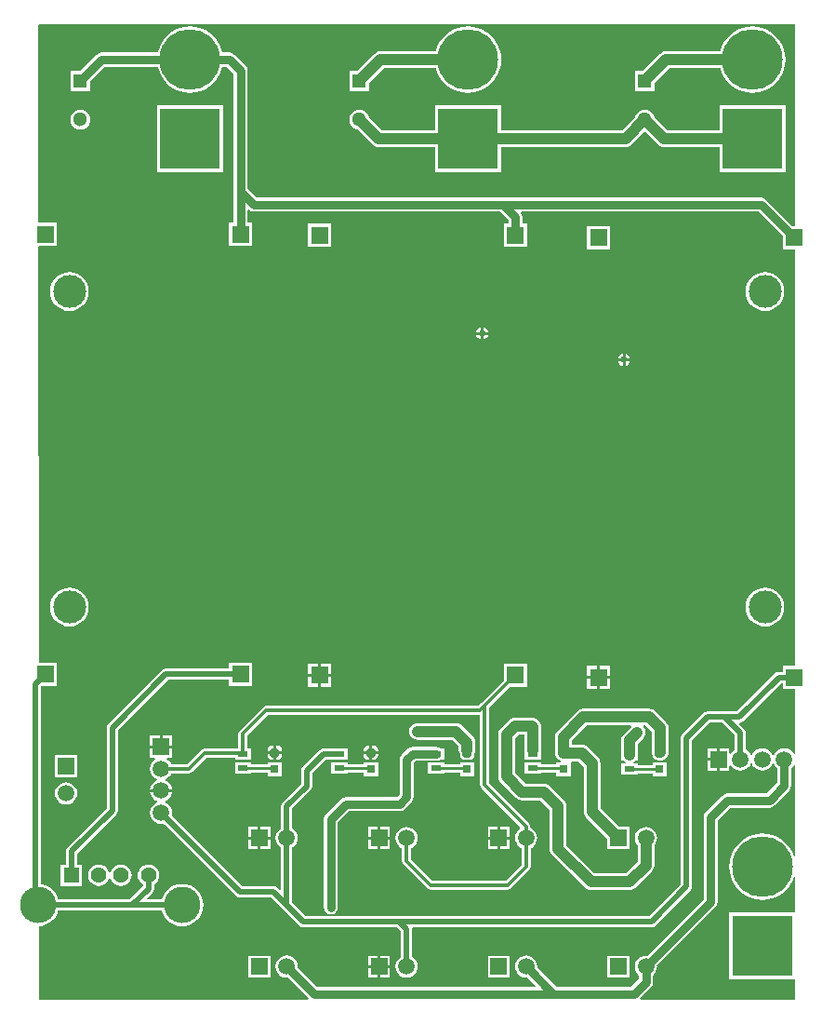
<source format=gtl>
G04*
G04 #@! TF.GenerationSoftware,Altium Limited,Altium Designer,20.1.8 (145)*
G04*
G04 Layer_Physical_Order=1*
G04 Layer_Color=255*
%FSLAX25Y25*%
%MOIN*%
G70*
G04*
G04 #@! TF.SameCoordinates,1FDAB6DA-E141-4DA2-B8DD-458AA00E26A3*
G04*
G04*
G04 #@! TF.FilePolarity,Positive*
G04*
G01*
G75*
%ADD10C,0.01181*%
%ADD14C,0.01000*%
%ADD17C,0.01968*%
G04:AMPARAMS|DCode=19|XSize=31.5mil|YSize=31.5mil|CornerRadius=7.87mil|HoleSize=0mil|Usage=FLASHONLY|Rotation=270.000|XOffset=0mil|YOffset=0mil|HoleType=Round|Shape=RoundedRectangle|*
%AMROUNDEDRECTD19*
21,1,0.03150,0.01575,0,0,270.0*
21,1,0.01575,0.03150,0,0,270.0*
1,1,0.01575,-0.00787,-0.00787*
1,1,0.01575,-0.00787,0.00787*
1,1,0.01575,0.00787,0.00787*
1,1,0.01575,0.00787,-0.00787*
%
%ADD19ROUNDEDRECTD19*%
%ADD20R,0.03150X0.03150*%
%ADD21R,0.03740X0.01968*%
%ADD28C,0.05118*%
%ADD29R,0.05118X0.05118*%
%ADD37C,0.03937*%
%ADD38C,0.02953*%
%ADD39C,0.11811*%
%ADD40C,0.21717*%
%ADD41R,0.21717X0.21717*%
%ADD42R,0.06299X0.06299*%
%ADD43C,0.05906*%
%ADD44R,0.05906X0.05906*%
%ADD45R,0.05622X0.05622*%
%ADD46C,0.05622*%
%ADD47C,0.13055*%
%ADD48R,0.05906X0.05906*%
%ADD49C,0.02362*%
G36*
X279921Y284858D02*
X278949D01*
X269502Y294305D01*
X268683Y294852D01*
X267717Y295045D01*
X86873D01*
X83627Y298290D01*
Y340551D01*
X83435Y341517D01*
X82888Y342337D01*
X78951Y346274D01*
X78132Y346821D01*
X77165Y347013D01*
X74581D01*
X74305Y348164D01*
X73591Y349888D01*
X72615Y351480D01*
X71403Y352899D01*
X69984Y354111D01*
X68392Y355087D01*
X66668Y355801D01*
X64853Y356237D01*
X62992Y356383D01*
X61131Y356237D01*
X59316Y355801D01*
X57592Y355087D01*
X56001Y354111D01*
X54581Y352899D01*
X53369Y351480D01*
X52394Y349888D01*
X51679Y348164D01*
X51403Y347013D01*
X31299D01*
X30333Y346821D01*
X29514Y346274D01*
X23610Y340370D01*
X20063D01*
Y333252D01*
X27181D01*
Y336799D01*
X32345Y341963D01*
X51403D01*
X51679Y340812D01*
X52394Y339088D01*
X53369Y337496D01*
X54581Y336077D01*
X56001Y334865D01*
X57592Y333890D01*
X59316Y333175D01*
X61131Y332740D01*
X62992Y332593D01*
X64853Y332740D01*
X66668Y333175D01*
X68392Y333890D01*
X69984Y334865D01*
X71403Y336077D01*
X72615Y337496D01*
X73591Y339088D01*
X74305Y340812D01*
X74581Y341963D01*
X76120D01*
X78578Y339505D01*
Y297244D01*
Y286039D01*
X76953D01*
Y277740D01*
X85252D01*
Y286039D01*
X83627D01*
Y290523D01*
X84127Y290677D01*
X84860Y290187D01*
X85827Y289995D01*
X174151D01*
X177003Y287143D01*
Y285646D01*
X175378D01*
Y277346D01*
X183677D01*
Y285646D01*
X182053D01*
Y288189D01*
X181860Y289155D01*
X181633Y289495D01*
X181901Y289995D01*
X266671D01*
X275378Y281288D01*
Y276559D01*
X279921D01*
Y127378D01*
X275378D01*
Y125251D01*
X274016D01*
X273241Y125098D01*
X272585Y124659D01*
X259004Y111078D01*
X248425D01*
X247651Y110924D01*
X246995Y110486D01*
X239514Y103005D01*
X239076Y102349D01*
X238922Y101575D01*
Y49263D01*
X227508Y37850D01*
X104381D01*
X99661Y42570D01*
Y62318D01*
X100457Y62929D01*
X101091Y63755D01*
X101489Y64716D01*
X101625Y65748D01*
X101489Y66780D01*
X101091Y67742D01*
X100457Y68567D01*
X99661Y69178D01*
Y76327D01*
X106155Y82821D01*
X106594Y83478D01*
X106747Y84252D01*
Y88926D01*
X111665Y93843D01*
X116535D01*
X116731Y93882D01*
X119405D01*
Y97850D01*
X116731D01*
X116535Y97889D01*
X110827D01*
X110053Y97735D01*
X109396Y97297D01*
X103294Y91194D01*
X102855Y90538D01*
X102701Y89764D01*
Y85090D01*
X96207Y78596D01*
X95769Y77940D01*
X95615Y77165D01*
Y69178D01*
X94819Y68567D01*
X94185Y67742D01*
X93787Y66780D01*
X93651Y65748D01*
X93787Y64716D01*
X94185Y63755D01*
X94819Y62929D01*
X95615Y62318D01*
Y47270D01*
X95153Y47078D01*
X94344Y47887D01*
X93688Y48326D01*
X92913Y48480D01*
X81744D01*
X56415Y73808D01*
X56546Y74803D01*
X56410Y75835D01*
X56012Y76797D01*
X55378Y77622D01*
X54553Y78256D01*
X54037Y78470D01*
Y79011D01*
X54553Y79224D01*
X55378Y79858D01*
X56012Y80684D01*
X56410Y81645D01*
X56480Y82177D01*
X52559D01*
X48638D01*
X48708Y81645D01*
X49106Y80684D01*
X49740Y79858D01*
X50566Y79224D01*
X51082Y79011D01*
Y78470D01*
X50566Y78256D01*
X49740Y77622D01*
X49106Y76797D01*
X48708Y75835D01*
X48572Y74803D01*
X48708Y73771D01*
X49106Y72810D01*
X49740Y71984D01*
X50566Y71350D01*
X51527Y70952D01*
X52559Y70816D01*
X53554Y70947D01*
X79475Y45026D01*
X80131Y44588D01*
X80905Y44434D01*
X92075D01*
X96207Y40302D01*
X102113Y34396D01*
X102769Y33958D01*
X103543Y33804D01*
X137159D01*
X138528Y32434D01*
Y23114D01*
X137732Y22504D01*
X137099Y21678D01*
X136700Y20716D01*
X136564Y19684D01*
X136700Y18653D01*
X137099Y17691D01*
X137732Y16865D01*
X138558Y16232D01*
X139519Y15834D01*
X140551Y15698D01*
X141583Y15834D01*
X142545Y16232D01*
X143370Y16865D01*
X144004Y17691D01*
X144402Y18653D01*
X144538Y19684D01*
X144402Y20716D01*
X144004Y21678D01*
X143370Y22504D01*
X142574Y23114D01*
Y33272D01*
X142545Y33417D01*
X142863Y33804D01*
X228346D01*
X229121Y33958D01*
X229777Y34396D01*
X242375Y46995D01*
X242814Y47651D01*
X242968Y48425D01*
Y100737D01*
X249263Y107032D01*
X253781D01*
X258213Y102600D01*
Y97328D01*
X257417Y96717D01*
X256815Y95932D01*
X256759Y95932D01*
X256315Y96267D01*
Y97850D01*
X252862D01*
Y93898D01*
Y89945D01*
X256315D01*
Y91528D01*
X256759Y91864D01*
X256815Y91863D01*
X257417Y91079D01*
X258243Y90445D01*
X259204Y90047D01*
X260236Y89911D01*
X261268Y90047D01*
X262230Y90445D01*
X263055Y91079D01*
X263689Y91904D01*
X263903Y92420D01*
X264444D01*
X264657Y91904D01*
X265291Y91079D01*
X266117Y90445D01*
X267078Y90047D01*
X268110Y89911D01*
X269142Y90047D01*
X270104Y90445D01*
X270929Y91079D01*
X271563Y91904D01*
X271777Y92420D01*
X272318D01*
X272532Y91904D01*
X273165Y91079D01*
X273459Y90853D01*
Y85480D01*
X269638Y81659D01*
X255512D01*
X254546Y81467D01*
X253726Y80919D01*
X247821Y75014D01*
X247274Y74195D01*
X247081Y73228D01*
Y43959D01*
X226746Y23623D01*
X226378Y23671D01*
X225346Y23536D01*
X224384Y23137D01*
X223559Y22504D01*
X222925Y21678D01*
X222527Y20716D01*
X222391Y19684D01*
X222527Y18653D01*
X222925Y17691D01*
X223559Y16865D01*
X223853Y16640D01*
Y15219D01*
X221001Y12367D01*
X194352D01*
X187403Y19317D01*
X187451Y19684D01*
X187316Y20716D01*
X186917Y21678D01*
X186284Y22504D01*
X185458Y23137D01*
X184496Y23536D01*
X183465Y23671D01*
X182433Y23536D01*
X181471Y23137D01*
X180645Y22504D01*
X180012Y21678D01*
X179613Y20716D01*
X179478Y19684D01*
X179613Y18653D01*
X180012Y17691D01*
X180645Y16865D01*
X181471Y16232D01*
X182433Y15834D01*
X183465Y15698D01*
X183832Y15746D01*
X186749Y12829D01*
X186558Y12367D01*
X108526D01*
X101576Y19317D01*
X101625Y19684D01*
X101489Y20716D01*
X101091Y21678D01*
X100457Y22504D01*
X99631Y23137D01*
X98670Y23536D01*
X97638Y23671D01*
X96606Y23536D01*
X95644Y23137D01*
X94819Y22504D01*
X94185Y21678D01*
X93787Y20716D01*
X93651Y19684D01*
X93787Y18653D01*
X94185Y17691D01*
X94819Y16865D01*
X95644Y16232D01*
X96606Y15834D01*
X97638Y15698D01*
X98005Y15746D01*
X105377Y8374D01*
X105170Y7874D01*
X8857D01*
X8828Y34172D01*
X9861Y34274D01*
X11280Y34705D01*
X12588Y35404D01*
X13734Y36344D01*
X14675Y37491D01*
X15374Y38798D01*
X15638Y39670D01*
X52865D01*
X53130Y38798D01*
X53829Y37491D01*
X54770Y36344D01*
X55916Y35404D01*
X57223Y34705D01*
X58642Y34274D01*
X60118Y34129D01*
X61594Y34274D01*
X63013Y34705D01*
X64320Y35404D01*
X65467Y36344D01*
X66407Y37491D01*
X67106Y38798D01*
X67537Y40217D01*
X67682Y41693D01*
X67537Y43169D01*
X67106Y44587D01*
X66407Y45895D01*
X65467Y47041D01*
X64320Y47982D01*
X63013Y48681D01*
X61594Y49112D01*
X60118Y49257D01*
X58642Y49112D01*
X57223Y48681D01*
X55916Y47982D01*
X54770Y47041D01*
X53829Y45895D01*
X53130Y44587D01*
X52865Y43716D01*
X47664D01*
X47472Y44178D01*
X49462Y46168D01*
X49901Y46824D01*
X50055Y47598D01*
Y49111D01*
X50749Y49644D01*
X51360Y50440D01*
X51744Y51367D01*
X51875Y52362D01*
X51744Y53357D01*
X51360Y54284D01*
X50749Y55080D01*
X49953Y55691D01*
X49026Y56075D01*
X48031Y56206D01*
X47037Y56075D01*
X46110Y55691D01*
X45314Y55080D01*
X44703Y54284D01*
X44319Y53357D01*
X44188Y52362D01*
X44319Y51367D01*
X44703Y50440D01*
X45314Y49644D01*
X46008Y49111D01*
Y48436D01*
X41288Y43716D01*
X15638D01*
X15374Y44587D01*
X14675Y45895D01*
X13734Y47041D01*
X12588Y47982D01*
X11280Y48681D01*
X9861Y49112D01*
X9503Y49147D01*
Y120028D01*
X9735Y120260D01*
X15173D01*
Y128559D01*
X8724D01*
X8559Y277386D01*
X8913Y277740D01*
X15173D01*
Y286039D01*
X8550D01*
X8472Y356733D01*
X8825Y357087D01*
X279921D01*
Y284858D01*
D02*
G37*
G36*
X275378Y119079D02*
X279921D01*
Y96070D01*
X279471Y95907D01*
X279421Y95912D01*
X278803Y96717D01*
X277978Y97350D01*
X277016Y97749D01*
X275984Y97885D01*
X274952Y97749D01*
X273991Y97350D01*
X273165Y96717D01*
X272532Y95891D01*
X272318Y95375D01*
X271777D01*
X271563Y95891D01*
X270929Y96717D01*
X270104Y97350D01*
X269142Y97749D01*
X268110Y97885D01*
X267078Y97749D01*
X266117Y97350D01*
X265291Y96717D01*
X264657Y95891D01*
X264444Y95375D01*
X263903D01*
X263689Y95891D01*
X263055Y96717D01*
X262259Y97328D01*
Y103438D01*
X262105Y104212D01*
X261667Y104869D01*
X259985Y106551D01*
X260150Y107093D01*
X260617Y107186D01*
X261273Y107625D01*
X274854Y121205D01*
X275378D01*
Y119079D01*
D02*
G37*
G36*
X279921Y91725D02*
Y59254D01*
X279423Y59188D01*
X278709Y60912D01*
X277733Y62503D01*
X276521Y63923D01*
X275102Y65135D01*
X273510Y66110D01*
X271786Y66825D01*
X269971Y67260D01*
X268110Y67407D01*
X266249Y67260D01*
X264435Y66825D01*
X262710Y66110D01*
X261119Y65135D01*
X259699Y63923D01*
X258487Y62503D01*
X257512Y60912D01*
X256798Y59188D01*
X256362Y57373D01*
X256215Y55512D01*
X256362Y53651D01*
X256798Y51836D01*
X257512Y50112D01*
X258487Y48520D01*
X259699Y47101D01*
X261119Y45889D01*
X262710Y44913D01*
X264435Y44199D01*
X266249Y43763D01*
X268110Y43617D01*
X269971Y43763D01*
X271786Y44199D01*
X273510Y44913D01*
X275102Y45889D01*
X276521Y47101D01*
X277733Y48520D01*
X278709Y50112D01*
X279423Y51836D01*
X279921Y51770D01*
Y39024D01*
X256252D01*
Y15307D01*
X279921D01*
Y7874D01*
X224357D01*
X224149Y8374D01*
X228163Y12388D01*
X228711Y13207D01*
X228903Y14173D01*
Y16640D01*
X229197Y16865D01*
X229831Y17691D01*
X230229Y18653D01*
X230365Y19684D01*
X230316Y20052D01*
X251392Y41127D01*
X251939Y41947D01*
X252131Y42913D01*
Y72183D01*
X256558Y76609D01*
X270684D01*
X271650Y76801D01*
X272469Y77349D01*
X277770Y82649D01*
X278317Y83468D01*
X278509Y84434D01*
Y90853D01*
X278803Y91079D01*
X279421Y91884D01*
X279471Y91888D01*
X279921Y91725D01*
D02*
G37*
%LPC*%
G36*
X264567Y356383D02*
X262706Y356237D01*
X260891Y355801D01*
X259167Y355087D01*
X257575Y354111D01*
X256156Y352899D01*
X254944Y351480D01*
X253969Y349888D01*
X253254Y348164D01*
X253091Y347482D01*
X233661D01*
X232887Y347380D01*
X232164Y347081D01*
X231544Y346605D01*
X225309Y340370D01*
X222425D01*
Y333252D01*
X229543D01*
Y336136D01*
X234902Y341494D01*
X253091D01*
X253254Y340812D01*
X253969Y339088D01*
X254944Y337496D01*
X256156Y336077D01*
X257575Y334865D01*
X259167Y333890D01*
X260891Y333175D01*
X262706Y332740D01*
X264567Y332593D01*
X266428Y332740D01*
X268243Y333175D01*
X269967Y333890D01*
X271559Y334865D01*
X272978Y336077D01*
X274190Y337496D01*
X275165Y339088D01*
X275880Y340812D01*
X276315Y342627D01*
X276462Y344488D01*
X276315Y346349D01*
X275880Y348164D01*
X275165Y349888D01*
X274190Y351480D01*
X272978Y352899D01*
X271559Y354111D01*
X269967Y355087D01*
X268243Y355801D01*
X266428Y356237D01*
X264567Y356383D01*
D02*
G37*
G36*
X162598D02*
X160738Y356237D01*
X158923Y355801D01*
X157198Y355087D01*
X155607Y354111D01*
X154187Y352899D01*
X152975Y351480D01*
X152000Y349888D01*
X151286Y348164D01*
X151122Y347482D01*
X131299D01*
X130524Y347380D01*
X129802Y347081D01*
X129182Y346605D01*
X122947Y340370D01*
X120063D01*
Y333252D01*
X127181D01*
Y336136D01*
X132539Y341494D01*
X151122D01*
X151286Y340812D01*
X152000Y339088D01*
X152975Y337496D01*
X154187Y336077D01*
X155607Y334865D01*
X157198Y333890D01*
X158923Y333175D01*
X160738Y332740D01*
X162598Y332593D01*
X164459Y332740D01*
X166274Y333175D01*
X167999Y333890D01*
X169590Y334865D01*
X171009Y336077D01*
X172222Y337496D01*
X173197Y339088D01*
X173911Y340812D01*
X174347Y342627D01*
X174493Y344488D01*
X174347Y346349D01*
X173911Y348164D01*
X173197Y349888D01*
X172222Y351480D01*
X171009Y352899D01*
X169590Y354111D01*
X167999Y355087D01*
X166274Y355801D01*
X164459Y356237D01*
X162598Y356383D01*
D02*
G37*
G36*
X23622Y326621D02*
X22693Y326499D01*
X21827Y326140D01*
X21084Y325570D01*
X20513Y324826D01*
X20155Y323961D01*
X20032Y323031D01*
X20155Y322102D01*
X20513Y321237D01*
X21084Y320493D01*
X21827Y319923D01*
X22693Y319564D01*
X23622Y319442D01*
X24551Y319564D01*
X25417Y319923D01*
X26160Y320493D01*
X26731Y321237D01*
X27090Y322102D01*
X27212Y323031D01*
X27090Y323961D01*
X26731Y324826D01*
X26160Y325570D01*
X25417Y326140D01*
X24551Y326499D01*
X23622Y326621D01*
D02*
G37*
G36*
X276425Y328000D02*
X252709D01*
Y319136D01*
X234114D01*
X229476Y323774D01*
X229452Y323961D01*
X229093Y324826D01*
X228523Y325570D01*
X227779Y326140D01*
X226913Y326499D01*
X225984Y326621D01*
X225055Y326499D01*
X224189Y326140D01*
X223446Y325570D01*
X222875Y324826D01*
X222517Y323961D01*
X222492Y323774D01*
X217854Y319136D01*
X174457D01*
Y328000D01*
X150740D01*
Y319136D01*
X131752D01*
X127114Y323774D01*
X127090Y323961D01*
X126731Y324826D01*
X126160Y325570D01*
X125417Y326140D01*
X124551Y326499D01*
X123622Y326621D01*
X122693Y326499D01*
X121827Y326140D01*
X121084Y325570D01*
X120513Y324826D01*
X120155Y323961D01*
X120032Y323031D01*
X120155Y322102D01*
X120513Y321237D01*
X121084Y320493D01*
X121827Y319923D01*
X122693Y319564D01*
X122880Y319539D01*
X128395Y314025D01*
X129015Y313549D01*
X129737Y313250D01*
X130512Y313148D01*
X150740D01*
Y304283D01*
X174457D01*
Y313148D01*
X219094D01*
X219869Y313250D01*
X220591Y313549D01*
X221212Y314025D01*
X225984Y318797D01*
X230757Y314025D01*
X231377Y313549D01*
X232099Y313250D01*
X232874Y313148D01*
X252709D01*
Y304283D01*
X276425D01*
Y328000D01*
D02*
G37*
G36*
X74850D02*
X51134D01*
Y304283D01*
X74850D01*
Y328000D01*
D02*
G37*
G36*
X113598Y285646D02*
X105299D01*
Y277346D01*
X113598D01*
Y285646D01*
D02*
G37*
G36*
X213598Y284858D02*
X205299D01*
Y276559D01*
X213598D01*
Y284858D01*
D02*
G37*
G36*
X269045Y268356D02*
X267692Y268223D01*
X266390Y267828D01*
X265190Y267187D01*
X264139Y266324D01*
X263276Y265272D01*
X262635Y264073D01*
X262240Y262771D01*
X262106Y261417D01*
X262240Y260064D01*
X262635Y258762D01*
X263276Y257562D01*
X264139Y256511D01*
X265190Y255648D01*
X266390Y255007D01*
X267692Y254612D01*
X269045Y254478D01*
X270399Y254612D01*
X271701Y255007D01*
X272900Y255648D01*
X273952Y256511D01*
X274815Y257562D01*
X275456Y258762D01*
X275851Y260064D01*
X275984Y261417D01*
X275851Y262771D01*
X275456Y264073D01*
X274815Y265272D01*
X273952Y266324D01*
X272900Y267187D01*
X271701Y267828D01*
X270399Y268223D01*
X269045Y268356D01*
D02*
G37*
G36*
X19685D02*
X18331Y268223D01*
X17030Y267828D01*
X15830Y267187D01*
X14778Y266324D01*
X13916Y265272D01*
X13274Y264073D01*
X12879Y262771D01*
X12746Y261417D01*
X12879Y260064D01*
X13274Y258762D01*
X13916Y257562D01*
X14778Y256511D01*
X15830Y255648D01*
X17030Y255007D01*
X18331Y254612D01*
X19685Y254478D01*
X21039Y254612D01*
X22341Y255007D01*
X23540Y255648D01*
X24592Y256511D01*
X25455Y257562D01*
X26096Y258762D01*
X26491Y260064D01*
X26624Y261417D01*
X26491Y262771D01*
X26096Y264073D01*
X25455Y265272D01*
X24592Y266324D01*
X23540Y267187D01*
X22341Y267828D01*
X21039Y268223D01*
X19685Y268356D01*
D02*
G37*
G36*
X168217Y248581D02*
Y246957D01*
X169841D01*
X169771Y247308D01*
X169289Y248029D01*
X168568Y248511D01*
X168217Y248581D01*
D02*
G37*
G36*
X167217D02*
X166866Y248511D01*
X166144Y248029D01*
X165662Y247308D01*
X165592Y246957D01*
X167217D01*
Y248581D01*
D02*
G37*
G36*
X169841Y245957D02*
X168217D01*
Y244332D01*
X168568Y244402D01*
X169289Y244884D01*
X169771Y245606D01*
X169841Y245957D01*
D02*
G37*
G36*
X167217D02*
X165592D01*
X165662Y245606D01*
X166144Y244884D01*
X166866Y244402D01*
X167217Y244332D01*
Y245957D01*
D02*
G37*
G36*
X219004Y239132D02*
Y237508D01*
X220628D01*
X220559Y237859D01*
X220076Y238580D01*
X219355Y239062D01*
X219004Y239132D01*
D02*
G37*
G36*
X218004D02*
X217653Y239062D01*
X216931Y238580D01*
X216449Y237859D01*
X216380Y237508D01*
X218004D01*
Y239132D01*
D02*
G37*
G36*
X220628Y236508D02*
X219004D01*
Y234883D01*
X219355Y234953D01*
X220076Y235435D01*
X220559Y236157D01*
X220628Y236508D01*
D02*
G37*
G36*
X218004D02*
X216380D01*
X216449Y236157D01*
X216931Y235435D01*
X217653Y234953D01*
X218004Y234883D01*
Y236508D01*
D02*
G37*
G36*
X269045Y155364D02*
X267692Y155231D01*
X266390Y154836D01*
X265190Y154195D01*
X264139Y153332D01*
X263276Y152280D01*
X262635Y151081D01*
X262240Y149779D01*
X262106Y148425D01*
X262240Y147072D01*
X262635Y145770D01*
X263276Y144570D01*
X264139Y143519D01*
X265190Y142656D01*
X266390Y142015D01*
X267692Y141620D01*
X269045Y141486D01*
X270399Y141620D01*
X271701Y142015D01*
X272900Y142656D01*
X273952Y143519D01*
X274815Y144570D01*
X275456Y145770D01*
X275851Y147072D01*
X275984Y148425D01*
X275851Y149779D01*
X275456Y151081D01*
X274815Y152280D01*
X273952Y153332D01*
X272900Y154195D01*
X271701Y154836D01*
X270399Y155231D01*
X269045Y155364D01*
D02*
G37*
G36*
X19685D02*
X18331Y155231D01*
X17030Y154836D01*
X15830Y154195D01*
X14778Y153332D01*
X13916Y152280D01*
X13274Y151081D01*
X12879Y149779D01*
X12746Y148425D01*
X12879Y147072D01*
X13274Y145770D01*
X13916Y144570D01*
X14778Y143519D01*
X15830Y142656D01*
X17030Y142015D01*
X18331Y141620D01*
X19685Y141486D01*
X21039Y141620D01*
X22341Y142015D01*
X23540Y142656D01*
X24592Y143519D01*
X25455Y144570D01*
X26096Y145770D01*
X26491Y147072D01*
X26624Y148425D01*
X26491Y149779D01*
X26096Y151081D01*
X25455Y152280D01*
X24592Y153332D01*
X23540Y154195D01*
X22341Y154836D01*
X21039Y155231D01*
X19685Y155364D01*
D02*
G37*
G36*
X113598Y128165D02*
X109949D01*
Y124516D01*
X113598D01*
Y128165D01*
D02*
G37*
G36*
X108949D02*
X105299D01*
Y124516D01*
X108949D01*
Y128165D01*
D02*
G37*
G36*
X213598Y127378D02*
X209949D01*
Y123728D01*
X213598D01*
Y127378D01*
D02*
G37*
G36*
X208949D02*
X205299D01*
Y123728D01*
X208949D01*
Y127378D01*
D02*
G37*
G36*
X85252Y128559D02*
X76953D01*
Y126433D01*
X54331D01*
X53557Y126279D01*
X52900Y125840D01*
X33609Y106549D01*
X33170Y105892D01*
X33016Y105118D01*
Y76429D01*
X19042Y62454D01*
X18603Y61798D01*
X18449Y61024D01*
Y56173D01*
X16661D01*
Y48551D01*
X24284D01*
Y56173D01*
X22496D01*
Y60186D01*
X36470Y74160D01*
X36909Y74816D01*
X37062Y75590D01*
Y104280D01*
X55169Y122386D01*
X76953D01*
Y120260D01*
X85252D01*
Y128559D01*
D02*
G37*
G36*
X113598Y123516D02*
X109949D01*
Y119866D01*
X113598D01*
Y123516D01*
D02*
G37*
G36*
X108949D02*
X105299D01*
Y119866D01*
X108949D01*
Y123516D01*
D02*
G37*
G36*
X213598Y122728D02*
X209949D01*
Y119079D01*
X213598D01*
Y122728D01*
D02*
G37*
G36*
X208949D02*
X205299D01*
Y119079D01*
X208949D01*
Y122728D01*
D02*
G37*
G36*
X56512Y102378D02*
X53059D01*
Y98925D01*
X56512D01*
Y102378D01*
D02*
G37*
G36*
X52059D02*
X48606D01*
Y98925D01*
X52059D01*
Y102378D01*
D02*
G37*
G36*
X128593Y98870D02*
X128305D01*
Y96760D01*
X130415D01*
Y97047D01*
X130276Y97745D01*
X129881Y98336D01*
X129290Y98731D01*
X128593Y98870D01*
D02*
G37*
G36*
X127305D02*
X127018D01*
X126320Y98731D01*
X125729Y98336D01*
X125334Y97745D01*
X125195Y97047D01*
Y96760D01*
X127305D01*
Y98870D01*
D02*
G37*
G36*
X94095Y98870D02*
X93807D01*
Y96760D01*
X95917D01*
Y97047D01*
X95778Y97745D01*
X95383Y98336D01*
X94792Y98731D01*
X94095Y98870D01*
D02*
G37*
G36*
X92807D02*
X92520D01*
X91822Y98731D01*
X91231Y98336D01*
X90836Y97745D01*
X90697Y97047D01*
Y96760D01*
X92807D01*
Y98870D01*
D02*
G37*
G36*
X251862Y97850D02*
X248410D01*
Y94398D01*
X251862D01*
Y97850D01*
D02*
G37*
G36*
X185433Y108900D02*
X179528D01*
X178753Y108798D01*
X178031Y108499D01*
X177410Y108023D01*
X174317Y104929D01*
X173841Y104309D01*
X173542Y103587D01*
X173440Y102812D01*
Y87739D01*
X173542Y86964D01*
X173841Y86242D01*
X174317Y85622D01*
X179773Y80166D01*
X180393Y79690D01*
X180692Y79567D01*
X181115Y79391D01*
X181890Y79289D01*
X188524D01*
X191888Y75925D01*
Y61811D01*
X191990Y61036D01*
X192289Y60314D01*
X192765Y59694D01*
X204576Y47883D01*
X205196Y47407D01*
X205918Y47108D01*
X206693Y47006D01*
X220472D01*
X221247Y47108D01*
X221970Y47407D01*
X222590Y47883D01*
X228495Y53788D01*
X228971Y54408D01*
X229270Y55131D01*
X229372Y55905D01*
Y63157D01*
X229831Y63755D01*
X230229Y64716D01*
X230365Y65748D01*
X230229Y66780D01*
X229831Y67742D01*
X229197Y68567D01*
X228371Y69201D01*
X227410Y69599D01*
X226378Y69735D01*
X225346Y69599D01*
X224384Y69201D01*
X223559Y68567D01*
X222925Y67742D01*
X222527Y66780D01*
X222391Y65748D01*
X222527Y64716D01*
X222925Y63755D01*
X223384Y63157D01*
Y57146D01*
X219232Y52994D01*
X207933D01*
X197876Y63051D01*
Y77165D01*
X197774Y77940D01*
X197475Y78662D01*
X196999Y79282D01*
X191881Y84401D01*
X191261Y84876D01*
X190539Y85176D01*
X189764Y85278D01*
X183130D01*
X179428Y88980D01*
Y101572D01*
X180768Y102911D01*
X182833D01*
Y97062D01*
X182935Y96287D01*
X182957Y96234D01*
Y93882D01*
X188697D01*
Y96234D01*
X188719Y96287D01*
X188821Y97062D01*
Y105512D01*
X188719Y106287D01*
X188420Y107009D01*
X187944Y107629D01*
X187550Y108023D01*
X186930Y108499D01*
X186208Y108798D01*
X185433Y108900D01*
D02*
G37*
G36*
X95917Y95760D02*
X93807D01*
Y93650D01*
X94095D01*
X94792Y93789D01*
X95383Y94184D01*
X95778Y94775D01*
X95917Y95472D01*
Y95760D01*
D02*
G37*
G36*
X92807D02*
X90697D01*
Y95472D01*
X90836Y94775D01*
X91231Y94184D01*
X91822Y93789D01*
X92520Y93650D01*
X92807D01*
Y95760D01*
D02*
G37*
G36*
X158268Y106931D02*
X144488D01*
X143713Y106829D01*
X142991Y106530D01*
X142371Y106054D01*
X141895Y105434D01*
X141596Y104712D01*
X141494Y103937D01*
X141596Y103162D01*
X141895Y102440D01*
X142371Y101820D01*
X142991Y101344D01*
X143713Y101045D01*
X144488Y100943D01*
X157027D01*
X159309Y98661D01*
Y97244D01*
X159411Y96469D01*
X159693Y95788D01*
Y95472D01*
X159832Y94775D01*
X160227Y94184D01*
X160818Y93789D01*
X161516Y93650D01*
X163091D01*
X163788Y93789D01*
X164379Y94184D01*
X164774Y94775D01*
X164913Y95472D01*
Y95788D01*
X165195Y96469D01*
X165297Y97244D01*
Y99902D01*
X165195Y100677D01*
X164896Y101399D01*
X164420Y102019D01*
X160385Y106054D01*
X159765Y106530D01*
X159043Y106829D01*
X158268Y106931D01*
D02*
G37*
G36*
X130415Y95760D02*
X128305D01*
Y93650D01*
X128593D01*
X129290Y93789D01*
X129881Y94184D01*
X130276Y94775D01*
X130415Y95472D01*
Y95760D01*
D02*
G37*
G36*
X127305D02*
X125195D01*
Y95472D01*
X125334Y94775D01*
X125729Y94184D01*
X126320Y93789D01*
X127018Y93650D01*
X127305D01*
Y95760D01*
D02*
G37*
G36*
X227559Y112049D02*
X203937D01*
X203162Y111947D01*
X202440Y111648D01*
X201820Y111172D01*
X194684Y104036D01*
X194208Y103416D01*
X193909Y102694D01*
X193807Y101919D01*
Y96260D01*
X193909Y95485D01*
X194208Y94763D01*
X194684Y94143D01*
X195304Y93667D01*
X195878Y93429D01*
X195779Y92929D01*
X194226D01*
Y92277D01*
X188697D01*
Y92732D01*
X182957D01*
Y88764D01*
X188697D01*
Y89219D01*
X194226D01*
Y87779D01*
X199376D01*
Y92766D01*
X199376Y92929D01*
X199737Y93266D01*
X202106D01*
X204093Y91280D01*
Y75197D01*
X204194Y74422D01*
X204494Y73700D01*
X204970Y73080D01*
X212583Y65466D01*
Y61795D01*
X220488D01*
Y69701D01*
X216817D01*
X210081Y76437D01*
Y92520D01*
X209979Y93295D01*
X209680Y94017D01*
X209204Y94637D01*
X205464Y98377D01*
X204843Y98853D01*
X204121Y99152D01*
X203346Y99254D01*
X199795D01*
Y100679D01*
X205177Y106061D01*
X220871D01*
X221012Y105561D01*
X218355Y102905D01*
X217879Y102285D01*
X217580Y101562D01*
X217478Y100787D01*
Y95473D01*
X217580Y94697D01*
X217602Y94644D01*
Y93488D01*
X218253D01*
X218355Y93355D01*
X218975Y92879D01*
X219074Y92839D01*
X218975Y92339D01*
X217602D01*
Y88370D01*
X223342D01*
Y88825D01*
X228724D01*
Y87779D01*
X233874D01*
Y92929D01*
X228724D01*
Y91884D01*
X223342D01*
Y92339D01*
X221970D01*
X221871Y92839D01*
X221970Y92879D01*
X222590Y93355D01*
X222692Y93488D01*
X223342D01*
Y94644D01*
X223364Y94697D01*
X223467Y95473D01*
Y99547D01*
X225345Y101426D01*
X225821Y102046D01*
X226120Y102768D01*
X226222Y103543D01*
X226120Y104318D01*
X225821Y105040D01*
X225422Y105561D01*
X225576Y106061D01*
X226319D01*
X228502Y103878D01*
Y96457D01*
X228604Y95682D01*
X228689Y95476D01*
Y95472D01*
X228828Y94775D01*
X229223Y94184D01*
X229814Y93789D01*
X230512Y93650D01*
X230515D01*
X230721Y93565D01*
X231496Y93463D01*
X232271Y93565D01*
X232993Y93864D01*
X233613Y94340D01*
X234089Y94960D01*
X234388Y95682D01*
X234490Y96457D01*
Y105118D01*
X234388Y105893D01*
X234213Y106316D01*
X234089Y106615D01*
X233613Y107235D01*
X229676Y111172D01*
X229056Y111648D01*
X228334Y111947D01*
X227559Y112049D01*
D02*
G37*
G36*
X164878Y92929D02*
X159728D01*
Y92277D01*
X154051D01*
Y92732D01*
X148311D01*
Y88764D01*
X154051D01*
Y89219D01*
X159728D01*
Y87779D01*
X164878D01*
Y92929D01*
D02*
G37*
G36*
X130380D02*
X125230D01*
Y92277D01*
X119405D01*
Y92732D01*
X113665D01*
Y88764D01*
X119405D01*
Y89219D01*
X125230D01*
Y87779D01*
X130380D01*
Y92929D01*
D02*
G37*
G36*
X95882Y92929D02*
X90732D01*
Y92277D01*
X84760D01*
Y92732D01*
X79020D01*
Y88764D01*
X84760D01*
Y89219D01*
X90732D01*
Y87779D01*
X95882D01*
Y92929D01*
D02*
G37*
G36*
X251862Y93398D02*
X248410D01*
Y89945D01*
X251862D01*
Y93398D01*
D02*
G37*
G36*
X22457Y95488D02*
X14551D01*
Y87583D01*
X22457D01*
Y95488D01*
D02*
G37*
G36*
X18504Y85680D02*
X17472Y85544D01*
X16511Y85146D01*
X15685Y84512D01*
X15051Y83686D01*
X14653Y82725D01*
X14517Y81693D01*
X14653Y80661D01*
X15051Y79699D01*
X15685Y78874D01*
X16511Y78240D01*
X17472Y77842D01*
X18504Y77706D01*
X19536Y77842D01*
X20497Y78240D01*
X21323Y78874D01*
X21957Y79699D01*
X22355Y80661D01*
X22491Y81693D01*
X22355Y82725D01*
X21957Y83686D01*
X21323Y84512D01*
X20497Y85146D01*
X19536Y85544D01*
X18504Y85680D01*
D02*
G37*
G36*
X134661Y69701D02*
X131209D01*
Y66248D01*
X134661D01*
Y69701D01*
D02*
G37*
G36*
X130209D02*
X126756D01*
Y66248D01*
X130209D01*
Y69701D01*
D02*
G37*
G36*
X177575D02*
X174122D01*
Y66248D01*
X177575D01*
Y69701D01*
D02*
G37*
G36*
X173122D02*
X169669D01*
Y66248D01*
X173122D01*
Y69701D01*
D02*
G37*
G36*
X91748D02*
X88295D01*
Y66248D01*
X91748D01*
Y69701D01*
D02*
G37*
G36*
X87295D02*
X83842D01*
Y66248D01*
X87295D01*
Y69701D01*
D02*
G37*
G36*
X177575Y65248D02*
X174122D01*
Y61795D01*
X177575D01*
Y65248D01*
D02*
G37*
G36*
X173122D02*
X169669D01*
Y61795D01*
X173122D01*
Y65248D01*
D02*
G37*
G36*
X134661Y65248D02*
X131209D01*
Y61795D01*
X134661D01*
Y65248D01*
D02*
G37*
G36*
X130209D02*
X126756D01*
Y61795D01*
X130209D01*
Y65248D01*
D02*
G37*
G36*
X91748Y65248D02*
X88295D01*
Y61795D01*
X91748D01*
Y65248D01*
D02*
G37*
G36*
X87295D02*
X83842D01*
Y61795D01*
X87295D01*
Y65248D01*
D02*
G37*
G36*
X38189Y56206D02*
X37194Y56075D01*
X36267Y55691D01*
X35471Y55080D01*
X34860Y54284D01*
X34512Y53443D01*
X34252Y53397D01*
X33992Y53443D01*
X33644Y54284D01*
X33033Y55080D01*
X32237Y55691D01*
X31310Y56075D01*
X30315Y56206D01*
X29320Y56075D01*
X28393Y55691D01*
X27597Y55080D01*
X26986Y54284D01*
X26602Y53357D01*
X26471Y52362D01*
X26602Y51367D01*
X26986Y50440D01*
X27597Y49644D01*
X28393Y49033D01*
X29320Y48649D01*
X30315Y48518D01*
X31310Y48649D01*
X32237Y49033D01*
X33033Y49644D01*
X33644Y50440D01*
X33992Y51281D01*
X34252Y51328D01*
X34512Y51281D01*
X34860Y50440D01*
X35471Y49644D01*
X36267Y49033D01*
X37194Y48649D01*
X38189Y48518D01*
X39184Y48649D01*
X40111Y49033D01*
X40907Y49644D01*
X41518Y50440D01*
X41902Y51367D01*
X42033Y52362D01*
X41902Y53357D01*
X41518Y54284D01*
X40907Y55080D01*
X40111Y55691D01*
X39184Y56075D01*
X38189Y56206D01*
D02*
G37*
G36*
X183677Y128165D02*
X175378D01*
Y122160D01*
X167357Y114139D01*
X166257Y113039D01*
X90158D01*
X89537Y112916D01*
X89011Y112564D01*
X80743Y104296D01*
X80392Y103770D01*
X80268Y103150D01*
Y97850D01*
X79020D01*
Y97685D01*
X68110D01*
X67490Y97561D01*
X66963Y97210D01*
X61927Y92173D01*
X56166D01*
X56012Y92545D01*
X55378Y93370D01*
X54593Y93972D01*
X54593Y94028D01*
X54928Y94472D01*
X56512D01*
Y97925D01*
X52559D01*
X48606D01*
Y94472D01*
X50190D01*
X50525Y94028D01*
X50525Y93972D01*
X49740Y93370D01*
X49106Y92545D01*
X48708Y91583D01*
X48572Y90551D01*
X48708Y89519D01*
X49106Y88558D01*
X49740Y87732D01*
X50566Y87098D01*
X51082Y86885D01*
Y86344D01*
X50566Y86130D01*
X49740Y85496D01*
X49106Y84671D01*
X48708Y83709D01*
X48638Y83177D01*
X52559D01*
X56480D01*
X56410Y83709D01*
X56012Y84671D01*
X55378Y85496D01*
X54553Y86130D01*
X54037Y86344D01*
Y86885D01*
X54553Y87098D01*
X55378Y87732D01*
X56012Y88558D01*
X56166Y88929D01*
X62598D01*
X63219Y89053D01*
X63745Y89404D01*
X68782Y94441D01*
X79020D01*
Y93882D01*
X84760D01*
Y97850D01*
X83512D01*
Y102478D01*
X90829Y109796D01*
X166882D01*
Y84646D01*
X167006Y84025D01*
X167357Y83499D01*
X181239Y69617D01*
X181175Y68974D01*
X180645Y68567D01*
X180012Y67742D01*
X179614Y66780D01*
X179478Y65748D01*
X179614Y64716D01*
X180012Y63755D01*
X180645Y62929D01*
X181471Y62295D01*
X181843Y62141D01*
Y56183D01*
X176100Y50441D01*
X149884D01*
X142173Y58152D01*
Y62141D01*
X142545Y62295D01*
X143370Y62929D01*
X144004Y63755D01*
X144402Y64716D01*
X144538Y65748D01*
X144402Y66780D01*
X144004Y67742D01*
X143370Y68567D01*
X142545Y69201D01*
X141583Y69599D01*
X140551Y69735D01*
X139519Y69599D01*
X138558Y69201D01*
X137732Y68567D01*
X137099Y67742D01*
X136700Y66780D01*
X136564Y65748D01*
X136700Y64716D01*
X137099Y63755D01*
X137732Y62929D01*
X138558Y62295D01*
X138929Y62141D01*
Y57480D01*
X139053Y56860D01*
X139404Y56334D01*
X148066Y47672D01*
X148592Y47321D01*
X149213Y47197D01*
X176772D01*
X177392Y47321D01*
X177918Y47672D01*
X184611Y54365D01*
X184963Y54891D01*
X185086Y55512D01*
Y62141D01*
X185458Y62295D01*
X186284Y62929D01*
X186917Y63755D01*
X187316Y64716D01*
X187451Y65748D01*
X187316Y66780D01*
X186917Y67742D01*
X186284Y68567D01*
X185458Y69201D01*
X184991Y69394D01*
Y69781D01*
X184867Y70401D01*
X184516Y70927D01*
X170126Y85317D01*
Y112320D01*
X177671Y119866D01*
X183677D01*
Y128165D01*
D02*
G37*
G36*
X151181Y98391D02*
X142717D01*
X141750Y98199D01*
X140931Y97651D01*
X138766Y95486D01*
X138218Y94667D01*
X138026Y93701D01*
Y81361D01*
X137143Y80478D01*
X118898D01*
X117931Y80286D01*
X117112Y79738D01*
X111600Y74226D01*
X111053Y73407D01*
X110861Y72441D01*
Y40945D01*
X111053Y39979D01*
X111600Y39160D01*
X112420Y38612D01*
X113386Y38420D01*
X114352Y38612D01*
X115171Y39160D01*
X115718Y39979D01*
X115911Y40945D01*
Y71395D01*
X119943Y75428D01*
X138189D01*
X139155Y75620D01*
X139974Y76167D01*
X142337Y78530D01*
X142884Y79349D01*
X143076Y80315D01*
Y92655D01*
X143762Y93341D01*
X151181D01*
X152147Y93533D01*
X152669Y93882D01*
X154051D01*
Y97850D01*
X152669D01*
X152147Y98199D01*
X151181Y98391D01*
D02*
G37*
G36*
X134661Y23637D02*
X131209D01*
Y20185D01*
X134661D01*
Y23637D01*
D02*
G37*
G36*
X130209D02*
X126756D01*
Y20185D01*
X130209D01*
Y23637D01*
D02*
G37*
G36*
X220488D02*
X212583D01*
Y15732D01*
X220488D01*
Y23637D01*
D02*
G37*
G36*
X177575D02*
X169669D01*
Y15732D01*
X177575D01*
Y23637D01*
D02*
G37*
G36*
X134661Y19184D02*
X131209D01*
Y15732D01*
X134661D01*
Y19184D01*
D02*
G37*
G36*
X130209D02*
X126756D01*
Y15732D01*
X130209D01*
Y19184D01*
D02*
G37*
G36*
X91748Y23637D02*
X83842D01*
Y15732D01*
X91748D01*
Y23637D01*
D02*
G37*
%LPD*%
D10*
X168504Y84646D02*
X183369Y69781D01*
X168504Y84646D02*
Y112992D01*
X183369Y65843D02*
Y69781D01*
Y65843D02*
X183465Y65748D01*
Y55512D02*
Y65748D01*
X168504Y112992D02*
X179528Y124016D01*
X166929Y111417D02*
X168504Y112992D01*
X81890Y103150D02*
X90158Y111417D01*
X166929D01*
X81890Y95866D02*
Y103150D01*
X68110Y96063D02*
X81693D01*
X52559Y90551D02*
X62598D01*
X68110Y96063D01*
X176772Y48819D02*
X183465Y55512D01*
X149213Y48819D02*
X176772D01*
X140551Y57480D02*
X149213Y48819D01*
X140551Y57480D02*
Y65748D01*
D14*
X62992Y344488D02*
X65114Y342366D01*
X231299Y96260D02*
X231496Y96457D01*
X151181Y90748D02*
X161909D01*
X162303Y90354D01*
X220472Y90354D02*
X231299D01*
X231299Y90354D01*
X185827Y90748D02*
X196407D01*
X196801Y90354D01*
X116535Y90748D02*
X127411D01*
X127805Y90354D01*
X81890Y90748D02*
X92913D01*
X93307Y90354D01*
X81693Y96063D02*
X81890Y95866D01*
D17*
X137997Y35827D02*
X228346D01*
X240945Y48425D01*
Y101575D01*
X248425Y109055D01*
X140551Y19684D02*
Y33272D01*
X103543Y35827D02*
X137997D01*
X97638Y41732D02*
X103543Y35827D01*
X137997D02*
X140551Y33272D01*
X97638Y65748D02*
Y77165D01*
Y41732D02*
Y65748D01*
X92913Y46457D02*
X97638Y41732D01*
X80905Y46457D02*
X92913D01*
X260236Y93898D02*
Y103438D01*
X254619Y109055D02*
X260236Y103438D01*
X248425Y109055D02*
X254619D01*
X259842D01*
X7480Y42598D02*
X8386Y41693D01*
X7480Y42598D02*
Y120866D01*
X11024Y124409D01*
X20472Y52362D02*
Y61024D01*
X35039Y75590D02*
Y105118D01*
X20472Y61024D02*
X35039Y75590D01*
Y105118D02*
X54331Y124409D01*
X81102D01*
X52559Y74803D02*
X80905Y46457D01*
X110827Y95866D02*
X116535D01*
X104724Y89764D02*
X110827Y95866D01*
X104724Y84252D02*
Y89764D01*
X97638Y77165D02*
X104724Y84252D01*
X259842Y109055D02*
X274016Y123228D01*
X279528D01*
X42126Y41693D02*
X60118D01*
X8386D02*
X42126D01*
X48031Y47598D02*
Y52362D01*
X42126Y41693D02*
X48031Y47598D01*
D19*
X127805Y96260D02*
D03*
X231299D02*
D03*
X196801D02*
D03*
X162303D02*
D03*
X93307Y96260D02*
D03*
D20*
X127805Y90354D02*
D03*
X231299D02*
D03*
X196801D02*
D03*
X162303D02*
D03*
X93307Y90354D02*
D03*
D21*
X116535Y95866D02*
D03*
Y90748D02*
D03*
X220472Y95473D02*
D03*
Y90354D02*
D03*
X185827Y95866D02*
D03*
Y90748D02*
D03*
X151181Y95866D02*
D03*
Y90748D02*
D03*
X81890Y95866D02*
D03*
Y90748D02*
D03*
D28*
X23622Y323031D02*
D03*
X123622D02*
D03*
X225984D02*
D03*
D29*
X23622Y336811D02*
D03*
X123622D02*
D03*
X225984D02*
D03*
D37*
X231496Y96457D02*
Y105118D01*
X203937Y109055D02*
X227559D01*
X231496Y105118D01*
X176434Y87739D02*
X181890Y82284D01*
X189764D01*
X176434Y87739D02*
Y102812D01*
X194882Y61811D02*
Y77165D01*
X189764Y82284D02*
X194882Y77165D01*
X179528Y105905D02*
X185433D01*
X176434Y102812D02*
X179528Y105905D01*
X185433D02*
X185827Y105512D01*
Y97062D02*
Y105512D01*
X144488Y103937D02*
X158268D01*
X162303Y97244D02*
Y99902D01*
X158268Y103937D02*
X162303Y99902D01*
X220472Y100787D02*
X223228Y103543D01*
X220472Y95473D02*
Y100787D01*
X196801Y101919D02*
X203937Y109055D01*
X194882Y61811D02*
X206693Y50000D01*
X220472D01*
X226378Y55905D01*
Y65748D01*
X196801Y96260D02*
Y101919D01*
X207087Y75197D02*
X216535Y65748D01*
X203346Y96260D02*
X207087Y92520D01*
Y75197D02*
Y92520D01*
X196801Y96260D02*
X203346D01*
X162598Y316142D02*
X219094D01*
X225984Y323031D01*
Y336811D02*
X233661Y344488D01*
X264567D01*
X225984Y323031D02*
X232874Y316142D01*
X264567D01*
X123622Y323031D02*
X130512Y316142D01*
X162598D01*
X123622Y336811D02*
X131299Y344488D01*
X162598D01*
D38*
X113386Y40945D02*
Y72441D01*
X118898Y77953D01*
X226378Y19684D02*
X249606Y42913D01*
Y73228D02*
X255512Y79134D01*
X249606Y42913D02*
Y73228D01*
X255512Y79134D02*
X270684D01*
X275984Y84434D01*
Y93898D01*
X179528Y281496D02*
Y288189D01*
X85827Y292520D02*
X175197D01*
X179528Y288189D01*
X175197Y292520D02*
X267717D01*
X77165Y344488D02*
X81102Y340551D01*
X62992Y344488D02*
X77165D01*
X81102Y297244D02*
Y340551D01*
X118898Y77953D02*
X138189D01*
X140551Y80315D02*
Y93701D01*
X138189Y77953D02*
X140551Y80315D01*
X142717Y95866D02*
X151181D01*
X140551Y93701D02*
X142717Y95866D01*
X97638Y19684D02*
X107480Y9843D01*
X193307D01*
X226378Y14173D02*
Y19684D01*
X222047Y9843D02*
X226378Y14173D01*
X193307Y9843D02*
X222047D01*
X183465Y19684D02*
X193307Y9843D01*
X81102Y281890D02*
Y297244D01*
X85827Y292520D01*
X267717D02*
X279528Y280709D01*
X23622Y336811D02*
X31299Y344488D01*
X62992D01*
D39*
X269045Y148425D02*
D03*
Y261417D02*
D03*
X19685Y148425D02*
D03*
Y261417D02*
D03*
D40*
X268110Y55512D02*
D03*
X62992Y344488D02*
D03*
X162598D02*
D03*
X264567D02*
D03*
D41*
X268110Y27165D02*
D03*
X62992Y316142D02*
D03*
X162598D02*
D03*
X264567D02*
D03*
D42*
X109449Y281496D02*
D03*
Y124016D02*
D03*
X179528Y281496D02*
D03*
Y124016D02*
D03*
X279528Y123228D02*
D03*
Y280709D02*
D03*
X209449Y123228D02*
D03*
Y280709D02*
D03*
X11024Y281890D02*
D03*
Y124409D02*
D03*
X81102Y281890D02*
D03*
Y124409D02*
D03*
D43*
X52559Y74803D02*
D03*
Y90551D02*
D03*
Y82677D02*
D03*
X97638Y65748D02*
D03*
X140551Y19684D02*
D03*
X97638D02*
D03*
X275984Y93898D02*
D03*
X260236D02*
D03*
X268110D02*
D03*
X140551Y65748D02*
D03*
X183465D02*
D03*
X226378D02*
D03*
X18504Y81693D02*
D03*
X226378Y19684D02*
D03*
X183465D02*
D03*
D44*
X52559Y98425D02*
D03*
X87795Y65748D02*
D03*
X130709Y19684D02*
D03*
X87795D02*
D03*
X130709Y65748D02*
D03*
X173622D02*
D03*
X216535D02*
D03*
X216535Y19684D02*
D03*
X173622D02*
D03*
D45*
X20472Y52362D02*
D03*
D46*
X30315D02*
D03*
X38189D02*
D03*
X48031D02*
D03*
D47*
X8386Y41693D02*
D03*
X60118D02*
D03*
D48*
X252362Y93898D02*
D03*
X18504Y91535D02*
D03*
D49*
X167717Y246457D02*
D03*
X144488Y103937D02*
D03*
X113386Y40945D02*
D03*
X218504Y237008D02*
D03*
X223228Y103543D02*
D03*
X185433Y105905D02*
D03*
X196801Y101919D02*
D03*
M02*

</source>
